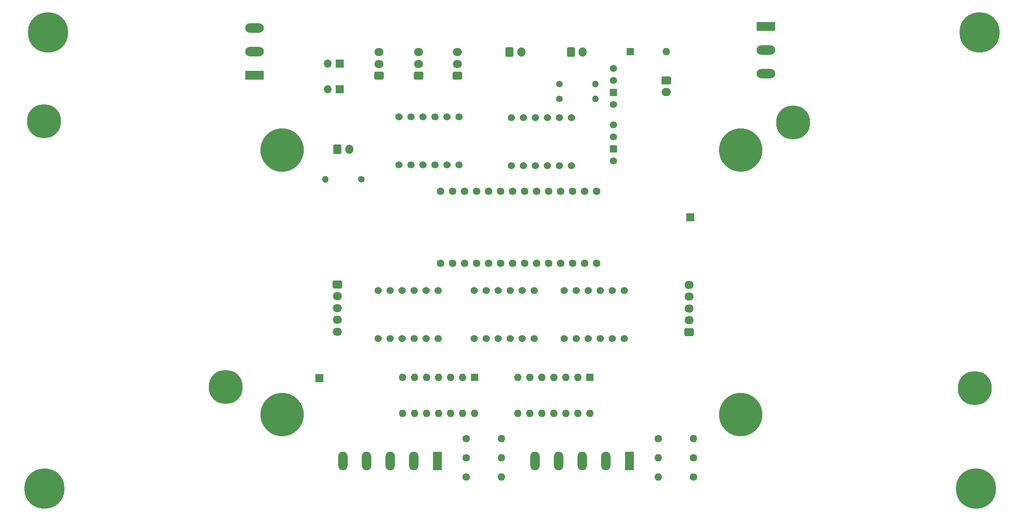
<source format=gts>
%TF.GenerationSoftware,KiCad,Pcbnew,7.0.1-3b83917a11~172~ubuntu20.04.1*%
%TF.CreationDate,2023-03-22T14:40:44-04:00*%
%TF.ProjectId,ScooterBLDCMotorController,53636f6f-7465-4724-924c-44434d6f746f,rev?*%
%TF.SameCoordinates,Original*%
%TF.FileFunction,Soldermask,Top*%
%TF.FilePolarity,Negative*%
%FSLAX46Y46*%
G04 Gerber Fmt 4.6, Leading zero omitted, Abs format (unit mm)*
G04 Created by KiCad (PCBNEW 7.0.1-3b83917a11~172~ubuntu20.04.1) date 2023-03-22 14:40:44*
%MOMM*%
%LPD*%
G01*
G04 APERTURE LIST*
G04 Aperture macros list*
%AMRoundRect*
0 Rectangle with rounded corners*
0 $1 Rounding radius*
0 $2 $3 $4 $5 $6 $7 $8 $9 X,Y pos of 4 corners*
0 Add a 4 corners polygon primitive as box body*
4,1,4,$2,$3,$4,$5,$6,$7,$8,$9,$2,$3,0*
0 Add four circle primitives for the rounded corners*
1,1,$1+$1,$2,$3*
1,1,$1+$1,$4,$5*
1,1,$1+$1,$6,$7*
1,1,$1+$1,$8,$9*
0 Add four rect primitives between the rounded corners*
20,1,$1+$1,$2,$3,$4,$5,0*
20,1,$1+$1,$4,$5,$6,$7,0*
20,1,$1+$1,$6,$7,$8,$9,0*
20,1,$1+$1,$8,$9,$2,$3,0*%
G04 Aperture macros list end*
%ADD10C,1.400000*%
%ADD11O,1.400000X1.400000*%
%ADD12R,1.980000X3.960000*%
%ADD13O,1.980000X3.960000*%
%ADD14C,8.500000*%
%ADD15C,1.600000*%
%ADD16O,1.600000X1.600000*%
%ADD17C,7.200000*%
%ADD18C,1.524000*%
%ADD19RoundRect,0.250000X0.725000X-0.600000X0.725000X0.600000X-0.725000X0.600000X-0.725000X-0.600000X0*%
%ADD20O,1.950000X1.700000*%
%ADD21RoundRect,0.250000X-0.750000X0.600000X-0.750000X-0.600000X0.750000X-0.600000X0.750000X0.600000X0*%
%ADD22O,2.000000X1.700000*%
%ADD23C,9.200000*%
%ADD24RoundRect,0.250000X-0.600000X-0.750000X0.600000X-0.750000X0.600000X0.750000X-0.600000X0.750000X0*%
%ADD25O,1.700000X2.000000*%
%ADD26R,3.960000X1.980000*%
%ADD27O,3.960000X1.980000*%
%ADD28R,1.700000X1.700000*%
%ADD29R,1.600000X1.600000*%
%ADD30O,1.700000X1.700000*%
%ADD31R,1.524000X1.524000*%
%ADD32RoundRect,0.250000X-0.725000X0.600000X-0.725000X-0.600000X0.725000X-0.600000X0.725000X0.600000X0*%
G04 APERTURE END LIST*
D10*
X158978600Y-57785400D03*
D11*
X166598600Y-57785400D03*
D10*
X158978600Y-54635400D03*
D11*
X166598600Y-54635400D03*
D12*
X133205000Y-134366000D03*
D13*
X128205000Y-134366000D03*
X123205000Y-134366000D03*
X118205000Y-134366000D03*
X113189800Y-134366000D03*
D14*
X247142000Y-140208000D03*
D15*
X187392000Y-137795000D03*
D16*
X179892000Y-137795000D03*
D17*
X208448000Y-62738000D03*
D18*
X137708000Y-61578000D03*
X135168000Y-61578000D03*
X132628000Y-61578000D03*
X130088000Y-61578000D03*
X127548000Y-61578000D03*
X125008000Y-61578000D03*
X125008000Y-71738000D03*
X127548000Y-71738000D03*
X130088000Y-71738000D03*
X132628000Y-71738000D03*
X135168000Y-71738000D03*
X137708000Y-71738000D03*
D15*
X133858000Y-92566000D03*
X136398000Y-92566000D03*
X138938000Y-92566000D03*
X141478000Y-92566000D03*
X144018000Y-92566000D03*
X146558000Y-92566000D03*
X149098000Y-92566000D03*
X151638000Y-92566000D03*
X154178000Y-92566000D03*
X156718000Y-92566000D03*
X159258000Y-92566000D03*
X161798000Y-92566000D03*
X164338000Y-92566000D03*
X166878000Y-92566000D03*
X166878000Y-77326000D03*
X164338000Y-77326000D03*
X161798000Y-77326000D03*
X159258000Y-77326000D03*
X156718000Y-77326000D03*
X154178000Y-77326000D03*
X151638000Y-77326000D03*
X149098000Y-77326000D03*
X146558000Y-77326000D03*
X144018000Y-77326000D03*
X141478000Y-77326000D03*
X138938000Y-77326000D03*
X136398000Y-77326000D03*
X133858000Y-77326000D03*
D19*
X137414000Y-52882800D03*
D20*
X137414000Y-50382800D03*
X137414000Y-47882800D03*
D21*
X181610000Y-53848000D03*
D22*
X181610000Y-56348000D03*
D17*
X88392000Y-118750000D03*
D19*
X120810800Y-52868200D03*
D20*
X120810800Y-50368200D03*
X120810800Y-47868200D03*
D23*
X197344000Y-124580000D03*
D14*
X50800000Y-43688000D03*
D23*
X100344000Y-68580000D03*
D24*
X112034000Y-68419000D03*
D25*
X114534000Y-68419000D03*
D18*
X140970000Y-108458000D03*
X143510000Y-108458000D03*
X146050000Y-108458000D03*
X148590000Y-108458000D03*
X151130000Y-108458000D03*
X153670000Y-108458000D03*
X153670000Y-98298000D03*
X151130000Y-98298000D03*
X148590000Y-98298000D03*
X146050000Y-98298000D03*
X143510000Y-98298000D03*
X140970000Y-98298000D03*
D12*
X173830000Y-134366000D03*
D13*
X168830000Y-134366000D03*
X163830000Y-134366000D03*
X158830000Y-134366000D03*
X153814800Y-134366000D03*
D15*
X187392000Y-133731000D03*
D16*
X179892000Y-133731000D03*
D23*
X197344000Y-68580000D03*
D24*
X161406200Y-47836600D03*
D25*
X163906200Y-47836600D03*
D10*
X117044000Y-74786000D03*
D11*
X109424000Y-74786000D03*
D26*
X94498000Y-52793000D03*
D27*
X94498000Y-47793000D03*
X94498000Y-42793000D03*
D19*
X186419000Y-107108000D03*
D20*
X186419000Y-104608000D03*
X186419000Y-102108000D03*
X186419000Y-99608000D03*
X186419000Y-97108000D03*
D28*
X186690000Y-82804000D03*
D29*
X165399000Y-116706000D03*
D16*
X162859000Y-116706000D03*
X160319000Y-116706000D03*
X157779000Y-116706000D03*
X155239000Y-116706000D03*
X152699000Y-116706000D03*
X150159000Y-116706000D03*
X150159000Y-124326000D03*
X152699000Y-124326000D03*
X155239000Y-124326000D03*
X157779000Y-124326000D03*
X160319000Y-124326000D03*
X162859000Y-124326000D03*
X165399000Y-124326000D03*
D28*
X112522000Y-55702200D03*
D30*
X109982000Y-55702200D03*
D18*
X161544000Y-61722000D03*
X159004000Y-61722000D03*
X156464000Y-61722000D03*
X153924000Y-61722000D03*
X151384000Y-61722000D03*
X148844000Y-61722000D03*
X148844000Y-71882000D03*
X151384000Y-71882000D03*
X153924000Y-71882000D03*
X156464000Y-71882000D03*
X159004000Y-71882000D03*
X161544000Y-71882000D03*
D14*
X50038000Y-140208000D03*
D28*
X112522000Y-50317400D03*
D30*
X109982000Y-50317400D03*
D18*
X160020000Y-108458000D03*
X162560000Y-108458000D03*
X165100000Y-108458000D03*
X167640000Y-108458000D03*
X170180000Y-108458000D03*
X172720000Y-108458000D03*
X172720000Y-98298000D03*
X170180000Y-98298000D03*
X167640000Y-98298000D03*
X165100000Y-98298000D03*
X162560000Y-98298000D03*
X160020000Y-98298000D03*
D23*
X100344000Y-124580000D03*
D24*
X148432200Y-47836600D03*
D25*
X150932200Y-47836600D03*
D18*
X120650000Y-108458000D03*
X123190000Y-108458000D03*
X125730000Y-108458000D03*
X128270000Y-108458000D03*
X130810000Y-108458000D03*
X133350000Y-108458000D03*
X133350000Y-98298000D03*
X130810000Y-98298000D03*
X128270000Y-98298000D03*
X125730000Y-98298000D03*
X123190000Y-98298000D03*
X120650000Y-98298000D03*
D15*
X139232000Y-129667000D03*
D16*
X146732000Y-129667000D03*
D29*
X173990000Y-47752000D03*
D16*
X181610000Y-47752000D03*
D15*
X139232000Y-133731000D03*
D16*
X146732000Y-133731000D03*
D29*
X141015000Y-116706000D03*
D16*
X138475000Y-116706000D03*
X135935000Y-116706000D03*
X133395000Y-116706000D03*
X130855000Y-116706000D03*
X128315000Y-116706000D03*
X125775000Y-116706000D03*
X125775000Y-124326000D03*
X128315000Y-124326000D03*
X130855000Y-124326000D03*
X133395000Y-124326000D03*
X135935000Y-124326000D03*
X138475000Y-124326000D03*
X141015000Y-124326000D03*
D15*
X139232000Y-137795000D03*
D16*
X146732000Y-137795000D03*
D17*
X246888000Y-119000000D03*
D18*
X170432000Y-63246000D03*
X170432000Y-65786000D03*
D31*
X170432000Y-68326000D03*
D18*
X170432000Y-70866000D03*
D28*
X108204000Y-116840000D03*
D17*
X49952000Y-62488000D03*
D15*
X179892000Y-129667000D03*
D16*
X187392000Y-129667000D03*
D19*
X129209800Y-52882800D03*
D20*
X129209800Y-50382800D03*
X129209800Y-47882800D03*
D14*
X247904000Y-43688000D03*
D26*
X202692000Y-42418000D03*
D27*
X202692000Y-47418000D03*
X202692000Y-52418000D03*
D32*
X112014000Y-97028000D03*
D20*
X112014000Y-99528000D03*
X112014000Y-102028000D03*
X112014000Y-104528000D03*
X112014000Y-107028000D03*
D18*
X170434000Y-51308000D03*
X170434000Y-53848000D03*
D31*
X170434000Y-56388000D03*
D18*
X170434000Y-58928000D03*
M02*

</source>
